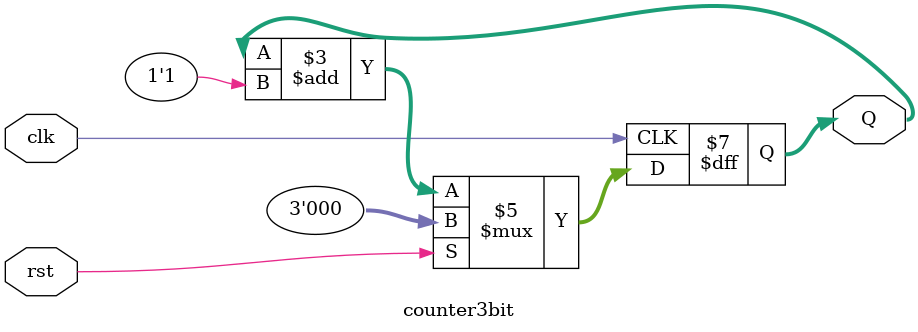
<source format=v>
module counter3bit (
    input clk,
    input rst,
    output reg [2:0] Q
    );
 
always @ (posedge(clk))   // When will Always Block Be Triggered
begin
    if (rst == 1'b1)
        // How Output reacts when Reset Is Asserted
        Q <= 3'b0;
    else
        // How Output reacts when Rising Edge of Clock Arrives?
        Q <= Q + 1'b1;
end
 
endmodule

</source>
